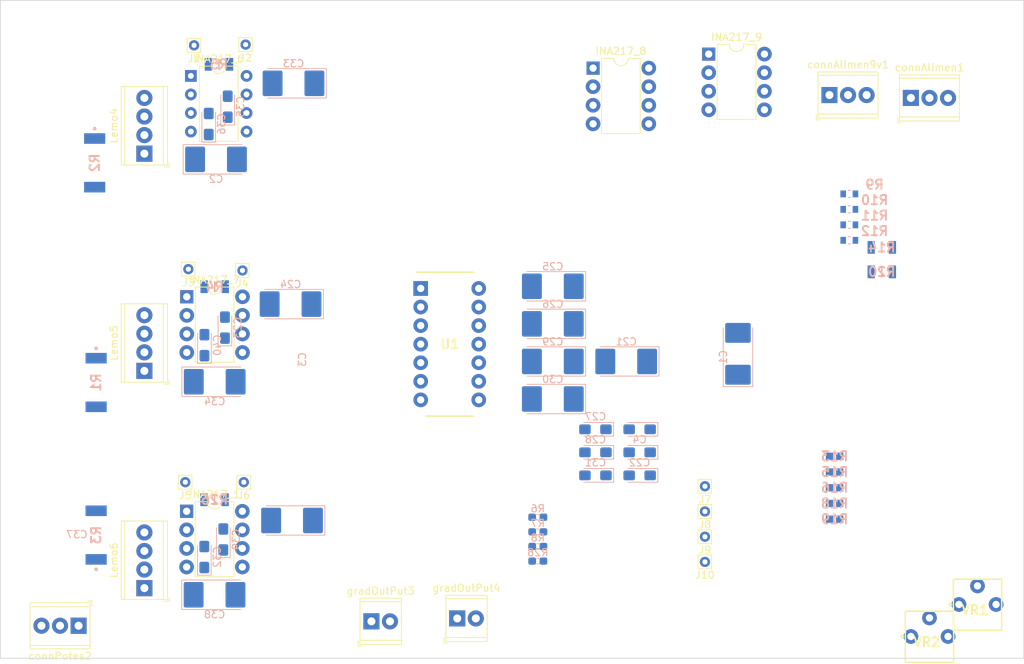
<source format=kicad_pcb>
(kicad_pcb (version 20221018) (generator pcbnew)
  (layers (0 "F.Cu" mixed "Top Layer") (31 "B.Cu" mixed "Bottom Layer") (34 "B.Paste" user "Bottom Paste") (35 "F.Paste" user "Top Paste") (36 "B.SilkS" user "Bottom Overlay") (37 "F.SilkS" user "Top Overlay") (38 "B.Mask" user "Bottom Solder") (39 "F.Mask" user "Top Solder") (44 "Edge.Cuts" user))
  (net 0 "")
  (net 1 "-13")
  (net 2 "Earth")
  (net 3 "+13")
  (net 6 "Net-(connPotes2-Pin_1)")
  (net 7 "Net-(connPotes2-Pin_2)")
  (net 8 "Net-(connPotes2-Pin_3)")
  (net 9 "Net-(gradOutPut3-Pin_1)")
  (net 10 "Net-(gradOutPut4-Pin_1)")
  (net 11 "Net-(J5-Pin_1)")
  (net 12 "Net-(INA217_1--)")
  (net 13 "Net-(INA217_1-+)")
  (net 14 "Net-(INA217_1-Ref)")
  (net 15 "Net-(INA217_8--)")
  (net 16 "Net-(J6-Pin_1)")
  (net 17 "Net-(J1-Pin_1)")
  (net 18 "Net-(INA217_6--)")
  (net 19 "Net-(INA217_6-+)")
  (net 20 "Net-(INA217_6-Ref)")
  (net 21 "Net-(INA217_9-+)")
  (net 22 "Net-(J2-Pin_1)")
  (net 23 "Net-(J3-Pin_1)")
  (net 24 "Net-(INA217_7--)")
  (net 25 "Net-(INA217_7-+)")
  (net 26 "Net-(INA217_8-+)")
  (net 27 "Net-(J4-Pin_1)")
  (net 28 "Net-(J7-Pin_1)")
  (net 29 "Net-(J8-Pin_1)")
  (net 30 "Net-(J9-Pin_1)")
  (net 31 "Net-(J10-Pin_1)")
  (net 32 "Net-(Lemo4-Pin_2)")
  (net 33 "Net-(Lemo5-Pin_2)")
  (net 34 "Net-(Lemo6-Pin_2)")
  (net 35 "Net-(U1A--)")
  (net 36 "Net-(R8-Pad1)")
  (net 37 "Net-(R9-Pad2)")
  (net 38 "Net-(R10-Pad1)")
  (net 39 "Net-(R11-Pad2)")
  (net 40 "Net-(R12-Pad1)")
  (net 41 "Net-(R28-Pad1)")
  (net 42 "Net-(U1B--)")
  (net 43 "Net-(U1C--)")
  (net 44 "Net-(U1D--)")
  (footprint "Library_Acid_etch_limitations:DIP-8_W7.62mm_Acid_Etch_Limitations" (layer "F.Cu") (at 129.4 45.6)
    (fp_text reference "INA217_9" (at 3.81 -2.33) (layer "F.SilkS"))
    (fp_text value "X")
    (pad "1" thru_hole rect (at 0 0) (size 1.8 1.8) (drill 1) (layers "*.Cu" "*.Mask") (net 30 "Net-(J9-Pin_1)"))
    (pad "2" thru_hole oval (at 0 2.54) (size 2 2) (drill 1) (layers "*.Cu" "*.Mask") (net 26 "Net-(INA217_8-+)"))
    (pad "3" thru_hole oval (at 0 5.08) (size 2 2) (drill 1) (layers "*.Cu" "*.Mask") (net 21 "Net-(INA217_9-+)"))
    (pad "4" thru_hole oval (at 0 7.62) (size 2 2) (drill 1) (layers "*.Cu" "*.Mask") (net 1 "-13"))
    (pad "5" thru_hole oval (at 7.62 7.62) (size 2 2) (drill 1) (layers "*.Cu" "*.Mask") (net 2 "Earth"))
    (pad "6" thru_hole oval (at 7.62 5.08) (size 2 2) (drill 1) (layers "*.Cu" "*.Mask") (net 9 "Net-(gradOutPut3-Pin_1)"))
    (pad "7" thru_hole oval (at 7.62 2.54) (size 2 2) (drill 1) (layers "*.Cu" "*.Mask") (net 3 "+13"))
    (pad "8" thru_hole oval (at 7.62 0) (size 2 2) (drill 1) (layers "*.Cu" "*.Mask") (net 31 "Net-(J10-Pin_1)"))
  )
  (footprint "Connector_Pin:Pin_D0.7mm_L6.5mm_W1.8mm_FlatFork" (layer "F.Cu") (at 65.8 104.1625)
    (fp_text reference "J6" (at 0 1.8) (layer "F.SilkS"))
    (fp_text value "~")
    (pad "1" thru_hole circle (at 0 0) (size 1.4 1.4) (drill 0.7) (layers "*.Cu" "*.Mask") (net 16 "Net-(J6-Pin_1)"))
  )
  (footprint "Connector_Pin:Pin_D0.7mm_L6.5mm_W1.8mm_FlatFork" (layer "F.Cu") (at 128.885 108.17)
    (fp_text reference "J8" (at 0 1.8) (layer "F.SilkS"))
    (fp_text value "~")
    (pad "1" thru_hole circle (at 0 0) (size 1.4 1.4) (drill 0.7) (layers "*.Cu" "*.Mask") (net 29 "Net-(J8-Pin_1)"))
  )
  (footprint "Connector_Pin:Pin_D0.7mm_L6.5mm_W1.8mm_FlatFork" (layer "F.Cu") (at 66.05 44.3)
    (fp_text reference "J2" (at 0 1.8) (layer "F.SilkS"))
    (fp_text value "~")
    (pad "1" thru_hole circle (at 0 0) (size 1.4 1.4) (drill 0.7) (layers "*.Cu" "*.Mask") (net 22 "Net-(J2-Pin_1)"))
  )
  (footprint "Library_Acid_etch_limitations:3362P_1_Acid_Etch_Limitations" (layer "F.Cu") (at 159.6 128.8)
    (fp_text reference "VR2" (at -0.36821 -2.74963) (layer "F.SilkS") (effects (font (size 1.27 1.27) (thickness 0.254))))
    (fp_text value "10k" hide)
    (pad "1" thru_hole circle (at -2.54 -3.53) (size 2 2) (drill 1) (layers "*.Cu" "*.Mask") (net 39 "Net-(R11-Pad2)"))
    (pad "2" thru_hole circle (at 0 -6.07) (size 2 2) (drill 1) (layers "*.Cu" "*.Mask") (net 36 "Net-(R8-Pad1)"))
    (pad "3" thru_hole circle (at 2.54 -3.53) (size 2 2) (drill 1) (layers "*.Cu" "*.Mask") (net 40 "Net-(R12-Pad1)"))
  )
  (footprint "Library_Acid_etch_limitations:TerminalBlock_Phoenix_MPT-0,5-3-2.54_1x03_P2.54mm_Horizontal_Acid_Etch_Limitations" (layer "F.Cu") (at 157.06 51.6)
    (fp_text reference "connAlimen1" (at 2.54 -4.16 180) (layer "F.SilkS"))
    (fp_text value "Connector")
    (pad "1" thru_hole rect (at 0 0) (size 2.2 2.2) (drill 1.1) (layers "*.Cu" "*.Mask") (net 3 "+13"))
    (pad "2" thru_hole circle (at 2.54 0) (size 2.2 2.2) (drill 1.1) (layers "*.Cu" "*.Mask") (net 2 "Earth"))
    (pad "3" thru_hole circle (at 5.08 0) (size 2.2 2.2) (drill 1.1) (layers "*.Cu" "*.Mask") (net 1 "-13"))
  )
  (footprint "Library_Acid_etch_limitations:TerminalBlock_Phoenix_MPT-0,5-2-2.54_1x02_P2.54mm_Horizontal_Acid_Etch_Limitations" (layer "F.Cu") (at 83.26 123.2)
    (fp_text reference "gradOutPut3" (at 1.27 -4.16 180) (layer "F.SilkS"))
    (fp_text value "Connector")
    (pad "1" thru_hole rect (at 0 0) (size 2.2 2.2) (drill 1.1) (layers "*.Cu" "*.Mask") (net 9 "Net-(gradOutPut3-Pin_1)"))
    (pad "2" thru_hole circle (at 2.54 0) (size 2.2 2.2) (drill 1.1) (layers "*.Cu" "*.Mask") (net 2 "Earth"))
  )
  (footprint "Library_Acid_etch_limitations:3362P_1_Acid_Etch_Limitations" (layer "F.Cu") (at 166.1695 124.42)
    (fp_text reference "VR1" (at -0.36821 -2.74963) (layer "F.SilkS") (effects (font (size 1.27 1.27) (thickness 0.254))))
    (fp_text value "10k" hide)
    (pad "1" thru_hole circle (at -2.54 -3.53) (size 2 2) (drill 1) (layers "*.Cu" "*.Mask") (net 37 "Net-(R9-Pad2)"))
    (pad "2" thru_hole circle (at 0 -6.07) (size 2 2) (drill 1) (layers "*.Cu" "*.Mask") (net 41 "Net-(R28-Pad1)"))
    (pad "3" thru_hole circle (at 2.54 -3.53) (size 2 2) (drill 1) (layers "*.Cu" "*.Mask") (net 38 "Net-(R10-Pad1)"))
  )
  (footprint "Library_Acid_etch_limitations:DIP-8_W7.62mm_Acid_Etch_Limitations" (layer "F.Cu") (at 58 78.8)
    (fp_text reference "INA217_7" (at 3.81 -2.33) (layer "F.SilkS"))
    (fp_text value "X")
    (pad "1" thru_hole rect (at 0 0) (size 1.8 1.8) (drill 1) (layers "*.Cu" "*.Mask") (net 23 "Net-(J3-Pin_1)"))
    (pad "2" thru_hole oval (at 0 2.54) (size 2 2) (drill 1) (layers "*.Cu" "*.Mask") (net 24 "Net-(INA217_7--)"))
    (pad "3" thru_hole oval (at 0 5.08) (size 2 2) (drill 1) (layers "*.Cu" "*.Mask") (net 25 "Net-(INA217_7-+)"))
    (pad "4" thru_hole oval (at 0 7.62) (size 2 2) (drill 1) (layers "*.Cu" "*.Mask") (net 1 "-13"))
    (pad "5" thru_hole oval (at 7.62 7.62) (size 2 2) (drill 1) (layers "*.Cu" "*.Mask") (net 2 "Earth"))
    (pad "6" thru_hole oval (at 7.62 5.08) (size 2 2) (drill 1) (layers "*.Cu" "*.Mask") (net 26 "Net-(INA217_8-+)"))
    (pad "7" thru_hole oval (at 7.62 2.54) (size 2 2) (drill 1) (layers "*.Cu" "*.Mask") (net 3 "+13"))
    (pad "8" thru_hole oval (at 7.62 0) (size 2 2) (drill 1) (layers "*.Cu" "*.Mask") (net 27 "Net-(J4-Pin_1)"))
  )
  (footprint "TerminalBlock_Phoenix:TerminalBlock_Phoenix_MPT-0,5-4-2.54_1x04_P2.54mm_Horizontal" (layer "F.Cu") (at 52.2 88.9375 90)
    (fp_text reference "Lemo5" (at 3.81 -4.16 90) (layer "F.SilkS"))
    (fp_text value "Connector")
    (pad "1" thru_hole rect (at 0 0 90) (size 2.2 2.2) (drill 1.1) (layers "*.Cu" "*.Mask") (net 2 "Earth"))
    (pad "2" thru_hole circle (at 2.54 0 90) (size 2.2 2.2) (drill 1.1) (layers "*.Cu" "*.Mask") (net 33 "Net-(Lemo5-Pin_2)"))
    (pad "3" thru_hole circle (at 5.08 0 90) (size 2.2 2.2) (drill 1.1) (layers "*.Cu" "*.Mask") (net 25 "Net-(INA217_7-+)"))
    (pad "4" thru_hole circle (at 7.62 0 90) (size 2.2 2.2) (drill 1.1) (layers "*.Cu" "*.Mask") (net 24 "Net-(INA217_7--)"))
  )
  (footprint "Library_Acid_etch_limitations:DIP794W53P254L1930H508Q14N_Acid_Etch_Limitations" (layer "F.Cu") (at 93.97 85.28)
    (fp_text reference "U1" (at 0 0) (layer "F.SilkS") (effects (font (size 1.27 1.27) (thickness 0.254))))
    (fp_text value "TL074" hide)
    (pad "1" thru_hole rect (at -3.97 -7.62) (size 2 2) (drill 1) (layers "*.Cu" "*.Mask") (net 14 "Net-(INA217_1-Ref)"))
    (pad "2" thru_hole circle (at -3.97 -5.08) (size 2 2) (drill 1) (layers "*.Cu" "*.Mask") (net 35 "Net-(U1A--)"))
    (pad "3" thru_hole circle (at -3.97 -2.54) (size 2 2) (drill 1) (layers "*.Cu" "*.Mask") (net 2 "Earth"))
    (pad "4" thru_hole circle (at -3.97 0) (size 2 2) (drill 1) (layers "*.Cu" "*.Mask") (net 3 "+13"))
    (pad "5" thru_hole circle (at -3.97 2.54) (size 2 2) (drill 1) (layers "*.Cu" "*.Mask") (net 2 "Earth"))
    (pad "6" thru_hole circle (at -3.97 5.08) (size 2 2) (drill 1) (layers "*.Cu" "*.Mask") (net 42 "Net-(U1B--)"))
    (pad "7" thru_hole circle (at -3.97 7.62) (size 2 2) (drill 1) (layers "*.Cu" "*.Mask") (net 20 "Net-(INA217_6-Ref)"))
    (pad "8" thru_hole circle (at 3.97 7.62) (size 2 2) (drill 1) (layers "*.Cu" "*.Mask") (net 43 "Net-(U1C--)"))
    (pad "9" thru_hole circle (at 3.97 5.08) (size 2 2) (drill 1) (layers "*.Cu" "*.Mask") (net 43 "Net-(U1C--)"))
    (pad "10" thru_hole circle (at 3.97 2.54) (size 2 2) (drill 1) (layers "*.Cu" "*.Mask") (net 2 "Earth"))
    (pad "11" thru_hole circle (at 3.97 0) (size 2 2) (drill 1) (layers "*.Cu" "*.Mask") (net 1 "-13"))
    (pad "12" thru_hole circle (at 3.97 -2.54) (size 2 2) (drill 1) (layers "*.Cu" "*.Mask") (net 2 "Earth"))
    (pad "13" thru_hole circle (at 3.97 -5.08) (size 2 2) (drill 1) (layers "*.Cu" "*.Mask") (net 44 "Net-(U1D--)"))
    (pad "14" thru_hole circle (at 3.97 -7.62) (size 2 2) (drill 1) (layers "*.Cu" "*.Mask") (net 44 "Net-(U1D--)"))
  )
  (footprint "Connector_Pin:Pin_D0.7mm_L6.5mm_W1.8mm_FlatFork" (layer "F.Cu") (at 65.62 75.2)
    (fp_text reference "J4" (at 0 1.8) (layer "F.SilkS"))
    (fp_text value "~")
    (pad "1" thru_hole circle (at 0 0) (size 1.4 1.4) (drill 0.7) (layers "*.Cu" "*.Mask") (net 27 "Net-(J4-Pin_1)"))
  )
  (footprint "Library_Acid_etch_limitations:DIP-8_W7.62mm_Acid_Etch_Limitations" (layer "F.Cu") (at 57.98 108.1425)
    (fp_text reference "INA217_1" (at 3.81 -2.33) (layer "F.SilkS"))
    (fp_text value "X")
    (pad "1" thru_hole rect (at 0 0) (size 1.8 1.8) (drill 1) (layers "*.Cu" "*.Mask") (net 11 "Net-(J5-Pin_1)"))
    (pad "2" thru_hole oval (at 0 2.54) (size 2 2) (drill 1) (layers "*.Cu" "*.Mask") (net 12 "Net-(INA217_1--)"))
    (pad "3" thru_hole oval (at 0 5.08) (size 2 2) (drill 1) (layers "*.Cu" "*.Mask") (net 13 "Net-(INA217_1-+)"))
    (pad "4" thru_hole oval (at 0 7.62) (size 2 2) (drill 1) (layers "*.Cu" "*.Mask") (net 1 "-13"))
    (pad "5" thru_hole oval (at 7.62 7.62) (size 2 2) (drill 1) (layers "*.Cu" "*.Mask") (net 14 "Net-(INA217_1-Ref)"))
    (pad "6" thru_hole oval (at 7.62 5.08) (size 2 2) (drill 1) (layers "*.Cu" "*.Mask") (net 15 "Net-(INA217_8--)"))
    (pad "7" thru_hole oval (at 7.62 2.54) (size 2 2) (drill 1) (layers "*.Cu" "*.Mask") (net 3 "+13"))
    (pad "8" thru_hole oval (at 7.62 0) (size 2 2) (drill 1) (layers "*.Cu" "*.Mask") (net 16 "Net-(J6-Pin_1)"))
  )
  (footprint "TerminalBlock_Phoenix:TerminalBlock_Phoenix_MPT-0,5-4-2.54_1x04_P2.54mm_Horizontal" (layer "F.Cu") (at 52.2 118.655 90)
    (fp_text reference "Lemo6" (at 3.81 -4.16 90) (layer "F.SilkS"))
    (fp_text value "Connector")
    (pad "1" thru_hole rect (at 0 0 90) (size 2.2 2.2) (drill 1.1) (layers "*.Cu" "*.Mask") (net 2 "Earth"))
    (pad "2" thru_hole circle (at 2.54 0 90) (size 2.2 2.2) (drill 1.1) (layers "*.Cu" "*.Mask") (net 34 "Net-(Lemo6-Pin_2)"))
    (pad "3" thru_hole circle (at 5.08 0 90) (size 2.2 2.2) (drill 1.1) (layers "*.Cu" "*.Mask") (net 13 "Net-(INA217_1-+)"))
    (pad "4" thru_hole circle (at 7.62 0 90) (size 2.2 2.2) (drill 1.1) (layers "*.Cu" "*.Mask") (net 12 "Net-(INA217_1--)"))
  )
  (footprint "Connector_Pin:Pin_D0.7mm_L6.5mm_W1.8mm_FlatFork" (layer "F.Cu") (at 58.22 75.02)
    (fp_text reference "J3" (at 0 1.8) (layer "F.SilkS"))
    (fp_text value "~" hide)
    (pad "1" thru_hole circle (at 0 0) (size 1.4 1.4) (drill 0.7) (layers "*.Cu" "*.Mask") (net 23 "Net-(J3-Pin_1)"))
  )
  (footprint "Library_Acid_etch_limitations:TerminalBlock_Phoenix_MPT-0,5-3-2.54_1x03_P2.54mm_Horizontal_Acid_Etch_Limitations" (layer "F.Cu") (at 145.92 51.2)
    (fp_text reference "connAlimen9v1" (at 2.54 -4.16 180) (layer "F.SilkS"))
    (fp_text value "Connector")
    (pad "1" thru_hole rect (at 0 0) (size 2.2 2.2) (drill 1.1) (layers "*.Cu" "*.Mask") (net 2 "Earth"))
    (pad "2" thru_hole circle (at 2.54 0) (size 2.2 2.2) (drill 1.1) (layers "*.Cu" "*.Mask"))
    (pad "3" thru_hole circle (at 5.08 0) (size 2.2 2.2) (drill 1.1) (layers "*.Cu" "*.Mask"))
  )
  (footprint "Library_Acid_etch_limitations:TerminalBlock_Phoenix_MPT-0,5-2-2.54_1x02_P2.54mm_Horizontal_Acid_Etch_Limitations" (layer "F.Cu") (at 95 122.8)
    (fp_text reference "gradOutPut4" (at 1.27 -4.16 180) (layer "F.SilkS"))
    (fp_text value "Connector")
    (pad "1" thru_hole rect (at 0 0) (size 2.2 2.2) (drill 1.1) (layers "*.Cu" "*.Mask") (net 10 "Net-(gradOutPut4-Pin_1)"))
    (pad "2" thru_hole circle (at 2.54 0) (size 2.2 2.2) (drill 1.1) (layers "*.Cu" "*.Mask") (net 2 "Earth"))
  )
  (footprint "Library_Acid_etch_limitations:TerminalBlock_Phoenix_MPT-0,5-3-2.54_1x03_P2.54mm_Horizontal_Acid_Etch_Limitations" (layer "F.Cu") (at 43.2 123.8 180)
    (fp_text reference "connPotes2" (at 2.54 -4.16) (layer "F.SilkS"))
    (fp_text value "Connector")
    (pad "1" thru_hole rect (at 0 0 180) (size 2.2 2.2) (drill 1.1) (layers "*.Cu" "*.Mask") (net 6 "Net-(connPotes2-Pin_1)"))
    (pad "2" thru_hole circle (at 2.54 0 180) (size 2.2 2.2) (drill 1.1) (layers "*.Cu" "*.Mask") (net 7 "Net-(connPotes2-Pin_2)"))
    (pad "3" thru_hole circle (at 5.08 0 180) (size 2.2 2.2) (drill 1.1) (layers "*.Cu" "*.Mask") (net 8 "Net-(connPotes2-Pin_3)"))
  )
  (footprint "TerminalBlock_Phoenix:TerminalBlock_Phoenix_MPT-0,5-4-2.54_1x04_P2.54mm_Horizontal" (layer "F.Cu") (at 52.2 59.22 90)
    (fp_text reference "Lemo4" (at 3.81 -4.16 90) (layer "F.SilkS"))
    (fp_text value "Connector")
    (pad "1" thru_hole rect (at 0 0 90) (size 2.2 2.2) (drill 1.1) (layers "*.Cu" "*.Mask") (net 2 "Earth"))
    (pad "2" thru_hole circle (at 2.54 0 90) (size 2.2 2.2) (drill 1.1) (layers "*.Cu" "*.Mask") (net 32 "Net-(Lemo4-Pin_2)"))
    (pad "3" thru_hole circle (at 5.08 0 90) (size 2.2 2.2) (drill 1.1) (layers "*.Cu" "*.Mask") (net 19 "Net-(INA217_6-+)"))
    (pad "4" thru_hole circle (at 7.62 0 90) (size 2.2 2.2) (drill 1.1) (layers "*.Cu" "*.Mask") (net 18 "Net-(INA217_6--)"))
  )
  (footprint "Connector_Pin:Pin_D0.7mm_L6.5mm_W1.8mm_FlatFork" (layer "F.Cu") (at 128.885 111.62)
    (fp_text reference "J9" (at 0 1.8) (layer "F.SilkS"))
    (fp_text value "~")
    (pad "1" thru_hole circle (at 0 0) (size 1.4 1.4) (drill 0.7) (layers "*.Cu" "*.Mask") (net 30 "Net-(J9-Pin_1)"))
  )
  (footprint "Library_Acid_etch_limitations:DIP-8_W7.62mm_Acid_Etch_Limitations" (layer "F.Cu") (at 113.58 47.52)
    (fp_text reference "INA217_8" (at 3.81 -2.33) (layer "F.SilkS"))
    (fp_text value "X")
    (pad "1" thru_hole rect (at 0 0) (size 1.8 1.8) (drill 1) (layers "*.Cu" "*.Mask") (net 28 "Net-(J7-Pin_1)"))
    (pad "2" thru_hole oval (at 0 2.54) (size 2 2) (drill 1) (layers "*.Cu" "*.Mask") (net 15 "Net-(INA217_8--)"))
    (pad "3" thru_hole oval (at 0 5.08) (size 2 2) (drill 1) (layers "*.Cu" "*.Mask") (net 26 "Net-(INA217_8-+)"))
    (pad "4" thru_hole oval (at 0 7.62) (size 2 2) (drill 1) (layers "*.Cu" "*.Mask") (net 1 "-13"))
    (pad "5" thru_hole oval (at 7.62 7.62) (size 2 2) (drill 1) (layers "*.Cu" "*.Mask") (net 2 "Earth"))
    (pad "6" thru_hole oval (at 7.62 5.08) (size 2 2) (drill 1) (layers "*.Cu" "*.Mask") (net 10 "Net-(gradOutPut4-Pin_1)"))
    (pad "7" thru_hole oval (at 7.62 2.54) (size 2 2) (drill 1) (layers "*.Cu" "*.Mask") (net 3 "+13"))
    (pad "8" thru_hole oval (at 7.62 0) (size 2 2) (drill 1) (layers "*.Cu" "*.Mask") (net 29 "Net-(J8-Pin_1)"))
  )
  (footprint "Package_DIP:DIP-8_W7.62mm" (layer "F.Cu") (at 58.56 48.58)
    (fp_text reference "INA217_6" (at 3.81 -2.33) (layer "F.SilkS"))
    (fp_text value "X")
    (pad "1" thru_hole rect (at 0 0) (size 1.6 1.6) (drill 0.8) (layers "*.Cu" "*.Mask") (net 17 "Net-(J1-Pin_1)"))
    (pad "2" thru_hole oval (at 0 2.54) (size 1.6 1.6) (drill 0.8) (layers "*.Cu" "*.Mask") (net 18 "Net-(INA217_6--)"))
    (pad "3" thru_hole oval (at 0 5.08) (size 1.6 1.6) (drill 0.8) (layers "*.Cu" "*.Mask") (net 19 "Net-(INA217_6-+)"))
    (pad "4" thru_hole oval (at 0 7.62) (size 1.6 1.6) (drill 0.8) (layers "*.Cu" "*.Mask") (net 1 "-13"))
    (pad "5" thru_hole oval (at 7.62 7.62) (size 1.6 1.6) (drill 0.8) (layers "*.Cu" "*.Mask") (net 20 "Net-(INA217_6-Ref)"))
    (pad "6" thru_hole oval (at 7.62 5.08) (size 1.6 1.6) (drill 0.8) (layers "*.Cu" "*.Mask") (net 21 "Net-(INA217_9-+)"))
    (pad "7" thru_hole oval (at 7.62 2.54) (size 1.6 1.6) (drill 0.8) (layers "*.Cu" "*.Mask") (net 3 "+13"))
    (pad "8" thru_hole oval (at 7.62 0) (size 1.6 1.6) (drill 0.8) (layers "*.Cu" "*.Mask") (net 22 "Net-(J2-Pin_1)"))
  )
  (footprint "Connector_Pin:Pin_D0.7mm_L6.5mm_W1.8mm_FlatFork" (layer "F.Cu") (at 57.8 104.1625)
    (fp_text reference "J5" (at 0 1.8) (layer "F.SilkS"))
    (fp_text value "~")
    (pad "1" thru_hole circle (at 0 0) (size 1.4 1.4) (drill 0.7) (layers "*.Cu" "*.Mask") (net 11 "Net-(J5-Pin_1)"))
  )
  (footprint "Connector_Pin:Pin_D0.7mm_L6.5mm_W1.8mm_FlatFork" (layer "F.Cu") (at 128.885 115.07)
    (fp_text reference "J10" (at 0 1.8) (layer "F.SilkS"))
    (fp_text value "~")
    (pad "1" thru_hole circle (at 0 0) (size 1.4 1.4) (drill 0.7) (layers "*.Cu" "*.Mask") (net 31 "Net-(J10-Pin_1)"))
  )
  (footprint "Connector_Pin:Pin_D0.7mm_L6.5mm_W1.8mm_FlatFork" (layer "F.Cu") (at 59 44.4)
    (fp_text reference "J1" (at 0 1.8) (layer "F.SilkS"))
    (fp_text value "~")
    (pad "1" thru_hole circle (at 0 0) (size 1.4 1.4) (drill 0.7) (layers "*.Cu" "*.Mask") (net 17 "Net-(J1-Pin_1)"))
  )
  (footprint "Connector_Pin:Pin_D0.7mm_L6.5mm_W1.8mm_FlatFork" (layer "F.Cu") (at 128.885 104.72)
    (fp_text reference "J7" (at 0 1.8) (layer "F.SilkS"))
    (fp_text value "~")
    (pad "1" thru_hole circle (at 0 0) (size 1.4 1.4) (drill 0.7) (layers "*.Cu" "*.Mask") (net 28 "Net-(J7-Pin_1)"))
  )
  (footprint "Samac_sys:ERJ1T__2512_" (layer "B.Cu") (at 45.4 60.475 -90)
    (fp_text reference "R2" (at 0 0 90) (layer "B.SilkS") (effects (font (size 1.27 1.27) (thickness 0.254)) (justify mirror)))
    (fp_text value "1.5k" hide)
    (pad "1" smd rect (at -3.325 0 270) (size 1.45 2.9) (layers "B.Cu" "B.Paste" "B.Mask") (net 32 "Net-(Lemo4-Pin_2)"))
    (pad "2" smd rect (at 3.325 0 270) (size 1.45 2.9) (layers "B.Cu" "B.Paste" "B.Mask") (net 8 "Net-(connPotes2-Pin_3)"))
  )
  (footprint "Samac_sys:RESC3016X65N" (layer "B.Cu") (at 62.4 47 180)
    (fp_text reference "R5" (at 0 0) (layer "B.SilkS") (effects (font (size 1.27 1.27) (thickness 0.254)) (justify mirror)))
    (fp_text value "200" hide)
    (pad "1" smd rect (at -1.45 0 180) (size 1 1.75) (layers "B.Cu" "B.Paste" "B.Mask") (net 17 "Net-(J1-Pin_1)"))
    (pad "2" smd rect (at 1.45 0 180) (size 1 1.75) (layers "B.Cu" "B.Paste" "B.Mask") (net 22 "Net-(J2-Pin_1)"))
  )
  (footprint "Capacitor_Tantalum_SMD:CP_EIA-3216-10_Kemet-I_Pad1.58x1.35mm_HandSolder" (layer "B.Cu") (at 61 55.1625 90)
    (fp_text reference "C36" (at 0 1.75 90) (layer "B.SilkS") (effects (justify mirror)))
    (fp_text value "0.1uF")
    (pad "1" smd roundrect (at -1.4375 0 90) (size 1.575 1.35) (layers "B.Cu" "B.Paste" "B.Mask") (roundrect_rratio 0.185185) (net 1 "-13"))
    (pad "2" smd roundrect (at 1.4375 0 90) (size 1.575 1.35) (layers "B.Cu" "B.Paste" "B.Mask") (roundrect_rratio 0.185185) (net 2 "Earth"))
  )
  (footprint "Capacitor_Tantalum_SMD:CP_EIA-3216-10_Kemet-I_Pad1.58x1.35mm_HandSolder" (layer "B.Cu") (at 63 112 90)
    (fp_text reference "C39" (at 0 1.75 90) (layer "B.SilkS") (effects (justify mirror)))
    (fp_text value "0.1uF")
    (pad "1" smd roundrect (at -1.4375 0 90) (size 1.575 1.35) (layers "B.Cu" "B.Paste" "B.Mask") (roundrect_rratio 0.185185) (net 2 "Earth"))
    (pad "2" smd roundrect (at 1.4375 0 90) (size 1.575 1.35) (layers "B.Cu" "B.Paste" "B.Mask") (roundrect_rratio 0.185185) (net 3 "+13"))
  )
  (footprint "Library_Acid_etch_limitations:RESC1005X40N_Acid_Etch_Limitations" (layer "B.Cu") (at 146.62 102.77 180)
    (fp_text reference "R15" (at 0 0) (layer "B.SilkS") (effects (font (size 1.27 1.27) (thickness 0.254)) (justify mirror)))
    (fp_text value "2k" hide)
    (pad "1" smd rect (at -0.7 0 90) (size 1 1) (layers "B.Cu" "B.Paste" "B.Mask") (net 26 "Net-(INA217_8-+)"))
    (pad "2" smd rect (at 0.7 0 90) (size 1 1) (layers "B.Cu" "B.Paste" "B.Mask") (net 2 "Earth"))
  )
  (footprint "Capacitor_Tantalum_SMD:CP_EIA-3216-10_Kemet-I_Pad1.58x1.35mm_HandSolder" (layer "B.Cu") (at 119.95488 103.23 180)
    (fp_text reference "C22" (at 0 1.75) (layer "B.SilkS") (effects (justify mirror)))
    (fp_text value "0.1uF")
    (pad "1" smd roundrect (at -1.4375 0 180) (size 1.575 1.35) (layers "B.Cu" "B.Paste" "B.Mask") (roundrect_rratio 0.185185) (net 1 "-13"))
    (pad "2" smd roundrect (at 1.4375 0 180) (size 1.575 1.35) (layers "B.Cu" "B.Paste" "B.Mask") (roundrect_rratio 0.185185) (net 2 "Earth"))
  )
  (footprint "Capacitor_Tantalum_SMD:CP_EIA-7132-20_AVX-U_Pad2.72x3.50mm_HandSolder" (layer "B.Cu") (at 61.8 119.5625)
    (fp_text reference "C38" (at 0 2.7) (layer "B.SilkS") (effects (justify mirror)))
    (fp_text value "10uF")
    (pad "1" smd roundrect (at -2.8625 0) (size 2.725 3.5) (layers "B.Cu" "B.Paste" "B.Mask") (roundrect_rratio 0.091743) (net 1 "-13"))
    (pad "2" smd roundrect (at 2.8625 0) (size 2.725 3.5) (layers "B.Cu" "B.Paste" "B.Mask") (roundrect_rratio 0.091743) (net 2 "Earth"))
  )
  (footprint "Capacitor_Tantalum_SMD:CP_EIA-7132-20_AVX-U_Pad2.72x3.50mm_HandSolder" (layer "B.Cu") (at 108.075 77.365 180)
    (fp_text reference "C25" (at 0 2.7) (layer "B.SilkS") (effects (justify mirror)))
    (fp_text value "10uF")
    (pad "1" smd roundrect (at -2.8625 0 180) (size 2.725 3.5) (layers "B.Cu" "B.Paste" "B.Mask") (roundrect_rratio 0.091743) (net 2 "Earth"))
    (pad "2" smd roundrect (at 2.8625 0 180) (size 2.725 3.5) (layers "B.Cu" "B.Paste" "B.Mask") (roundrect_rratio 0.091743) (net 3 "+13"))
  )
  (footprint "Capacitor_Tantalum_SMD:CP_EIA-7132-20_AVX-U_Pad2.72x3.50mm_HandSolder" (layer "B.Cu") (at 61.82 90.42)
    (fp_text reference "C34" (at 0 2.7) (layer "B.SilkS") (effects (justify mirror)))
    (fp_text value "10uF")
    (pad "1" smd roundrect (at -2.8625 0) (size 2.725 3.5) (layers "B.Cu" "B.Paste" "B.Mask") (roundrect_rratio 0.091743) (net 1 "-13"))
    (pad "2" smd roundrect (at 2.8625 0) (size 2.725 3.5) (layers "B.Cu" "B.Paste" "B.Mask") (roundrect_rratio 0.091743) (net 2 "Earth"))
  )
  (footprint "Library_Acid_etch_limitations:R_0402_1005Metric_Pad0.72x0.64mm_HandSolder_Acid_Etch_Limitations" (layer "B.Cu") (at 106.01988 108.955 180)
    (fp_text reference "R6" (at 0 1.17) (layer "B.SilkS") (effects (justify mirror)))
    (fp_text value "2k")
    (pad "1" smd roundrect (at -0.77 0 180) (size 1.06 1) (layers "B.Cu" "B.Paste" "B.Mask") (net 35 "Net-(U1A--)"))
    (pad "2" smd roundrect (at 0.77 0 180) (size 1.06 1) (layers "B.Cu" "B.Paste" "B.Mask") (net 14 "Net-(INA217_1-Ref)"))
  )
  (footprint "Samac_sys:ERJ1T__2512_" (layer "B.Cu") (at 45.6 90.525 -90)
    (fp_text reference "R1" (at 0 0 90) (layer "B.SilkS") (effects (font (size 1.27 1.27) (thickness 0.254)) (justify mirror)))
    (fp_text value "1.5k" hide)
    (pad "1" smd rect (at -3.325 0 270) (size 1.45 2.9) (layers "B.Cu" "B.Paste" "B.Mask") (net 33 "Net-(Lemo5-Pin_2)"))
    (pad "2" smd rect (at 3.325 0 270) (size 1.45 2.9) (layers "B.Cu" "B.Paste" "B.Mask") (net 7 "Net-(connPotes2-Pin_2)"))
  )
  (footprint "Library_Acid_etch_limitations:R_0402_1005Metric_Pad0.72x0.64mm_HandSolder_Acid_Etch_Limitations" (layer "B.Cu") (at 106.01988 114.955 180)
    (fp_text reference "R28" (at 0 1.17) (layer "B.SilkS") (effects (justify mirror)))
    (fp_text value "20k")
    (pad "1" smd roundrect (at -0.77 0 180) (size 1.06 1) (layers "B.Cu" "B.Paste" "B.Mask") (net 41 "Net-(R28-Pad1)"))
    (pad "2" smd roundrect (at 0.77 0 180) (size 1.06 1) (layers "B.Cu" "B.Paste" "B.Mask") (net 35 "Net-(U1A--)"))
  )
  (footprint "Capacitor_Tantalum_SMD:CP_EIA-3216-10_Kemet-I_Pad1.58x1.35mm_HandSolder" (layer "B.Cu") (at 113.90488 96.93 180)
    (fp_text reference "C27" (at 0 1.75) (layer "B.SilkS") (effects (justify mirror)))
    (fp_text value "0.1uF")
    (pad "1" smd roundrect (at -1.4375 0 180) (size 1.575 1.35) (layers "B.Cu" "B.Paste" "B.Mask") (roundrect_rratio 0.185185) (net 2 "Earth"))
    (pad "2" smd roundrect (at 1.4375 0 180) (size 1.575 1.35) (layers "B.Cu" "B.Paste" "B.Mask") (roundrect_rratio 0.185185) (net 3 "+13"))
  )
  (footprint "Capacitor_Tantalum_SMD:CP_EIA-7132-20_AVX-U_Pad2.72x3.50mm_HandSolder" (layer "B.Cu") (at 72.4 109.4 180)
    (fp_text reference "C37" (at 29.435 -1.915) (layer "B.SilkS") (effects (justify mirror)))
    (fp_text value "10uF")
    (pad "1" smd roundrect (at -2.8625 0 180) (size 2.725 3.5) (layers "B.Cu" "B.Paste" "B.Mask") (roundrect_rratio 0.091743) (net 2 "Earth"))
    (pad "2" smd roundrect (at 2.8625 0 180) (size 2.725 3.5) (layers "B.Cu" "B.Paste" "B.Mask") (roundrect_rratio 0.091743) (net 3 "+13"))
  )
  (footprint "Samac_sys:RESC3016X65N" (layer "B.Cu") (at 61.82 77.42)
    (fp_text reference "R4" (at 0 0) (layer "B.SilkS") (effects (font (size 1.27 1.27) (thickness 0.254)) (justify mirror)))
    (fp_text value "200" hide)
    (pad "1" smd rect (at -1.45 0) (size 1 1.75) (layers "B.Cu" "B.Paste" "B.Mask") (net 23 "Net-(J3-Pin_1)"))
    (pad "2" smd rect (at 1.45 0) (size 1 1.75) (layers "B.Cu" "B.Paste" "B.Mask") (net 27 "Net-(J4-Pin_1)"))
  )
  (footprint "Samac_sys:RESC1608X60N" (layer "B.Cu") (at 148.6342 66.8414 180)
    (fp_text reference "R10" (at -3.4544 1.27) (layer "B.SilkS") (effects (font (size 1.27 1.27) (thickness 0.254)) (justify mirror)))
    (fp_text value "1k" hide)
    (pad "1" smd rect (at -0.8382 0 180) (size 0.762 0.9398) (layers "B.Cu" "B.Paste" "B.Mask") (net 38 "Net-(R10-Pad1)"))
    (pad "2" smd rect (at 0.8382 0 180) (size 0.762 0.9398) (layers "B.Cu" "B.Paste" "B.Mask") (net 1 "-13"))
  )
  (footprint "Library_Acid_etch_limitations:R_0402_1005Metric_Pad0.72x0.64mm_HandSolder_Acid_Etch_Limitations" (layer "B.Cu") (at 106.01988 110.955 180)
    (fp_text reference "R7" (at 0 1.17) (layer "B.SilkS") (effects (justify mirror)))
    (fp_text value "2k")
    (pad "1" smd roundrect (at -0.77 0 180) (size 1.06 1) (layers "B.Cu" "B.Paste" "B.Mask") (net 42 "Net-(U1B--)"))
    (pad "2" smd roundrect (at 0.77 0 180) (size 1.06 1) (layers "B.Cu" "B.Paste" "B.Mask") (net 20 "Net-(INA217_6-Ref)"))
  )
  (footprint "Capacitor_Tantalum_SMD:CP_EIA-7132-20_AVX-U_Pad2.72x3.50mm_HandSolder" (layer "B.Cu") (at 133.4 86.6 90)
    (fp_text reference "C1" (at -0.4675 -2.01 90) (layer "B.SilkS") (effects (justify mirror)))
    (fp_text value "10uF")
    (pad "1" smd roundrect (at -2.8625 0 90) (size 2.725 3.5) (layers "B.Cu" "B.Paste" "B.Mask") (roundrect_rratio 0.091743) (net 2 "Earth"))
    (pad "2" smd roundrect (at 2.8625 0 90) (size 2.725 3.5) (layers "B.Cu" "B.Paste" "B.Mask") (roundrect_rratio 0.091743) (net 3 "+13"))
  )
  (footprint "Capacitor_Tantalum_SMD:CP_EIA-7132-20_AVX-U_Pad2.72x3.50mm_HandSolder" (layer "B.Cu") (at 108.075 87.645 180)
    (fp_text reference "C29" (at 0 2.7) (layer "B.SilkS") (effects (justify mirror)))
    (fp_text value "10uF")
    (pad "1" smd roundrect (at -2.8625 0 180) (size 2.725 3.5) (layers "B.Cu" "B.Paste" "B.Mask") (roundrect_rratio 0.091743) (net 2 "Earth"))
    (pad "2" smd roundrect (at 2.8625 0 180) (size 2.725 3.5) (layers "B.Cu" "B.Paste" "B.Mask") (roundrect_rratio 0.091743) (net 3 "+13"))
  )
  (footprint "Samac_sys:RESC1608X60N" (layer "B.Cu") (at 148.6342 64.7238 180)
    (fp_text reference "R9" (at -3.4544 1.27) (layer "B.SilkS") (effects (font (size 1.27 1.27) (thickness 0.254)) (justify mirror)))
    (fp_text value "1k" hide)
    (pad "1" smd rect (at -0.8382 0 180) (size 0.762 0.9398) (layers "B.Cu" "B.Paste" "B.Mask") (net 3 "+13"))
    (pad "2" smd rect (at 0.8382 0 180) (size 0.762 0.9398) (layers "B.Cu" "B.Paste" "B.Mask") (net 37 "Net-(R9-Pad2)"))
  )
  (footprint "Capacitor_Tantalum_SMD:CP_EIA-7132-20_AVX-U_Pad2.72x3.50mm_HandSolder" (layer "B.Cu") (at 72.6 49.6 180)
    (fp_text reference "C33" (at 0 2.7) (layer "B.SilkS") (effects (justify mirror)))
    (fp_text value "10uF")
    (pad "1" smd roundrect (at -2.8625 0 180) (size 2.725 3.5) (layers "B.Cu" "B.Paste" "B.Mask") (roundrect_rratio 0.091743) (net 2 "Earth"))
    (pad "2" smd roundrect (at 2.8625 0 180) (size 2.725 3.5) (layers "B.Cu" "B.Paste" "B.Mask") (roundrect_rratio 0.091743) (net 3 "+13"))
  )
  (footprint "Capacitor_Tantalum_SMD:CP_EIA-3216-10_Kemet-I_Pad1.58x1.35mm_HandSolder" (layer "B.Cu") (at 119.95488 100.08 180)
    (fp_text reference "C4" (at 0 1.75) (layer "B.SilkS") (effects (justify mirror)))
    (fp_text value "0.1uF")
    (pad "1" smd roundrect (at -1.4375 0 180) (size 1.575 1.35) (layers "B.Cu" "B.Paste" "B.Mask") (roundrect_rratio 0.185185) (net 1 "-13"))
    (pad "2" smd roundrect (at 1.4375 0 180) (size 1.575 1.35) (layers "B.Cu" "B.Paste" "B.Mask") (roundrect_rratio 0.185185) (net 2 "Earth"))
  )
  (footprint "Library_Acid_etch_limitations:RESC1005X40N_Acid_Etch_Limitations" (layer "B.Cu") (at 146.62 100.62 180)
    (fp_text reference "R13" (at 0 0) (layer "B.SilkS") (effects (font (size 1.27 1.27) (thickness 0.254)) (justify mirror)))
    (fp_text value "2k" hide)
    (pad "1" smd rect (at -0.7 0 90) (size 1 1) (layers "B.Cu" "B.Paste" "B.Mask") (net 15 "Net-(INA217_8--)"))
    (pad "2" smd rect (at 0.7 0 90) (size 1 1) (layers "B.Cu" "B.Paste" "B.Mask") (net 2 "Earth"))
  )
  (footprint "Samac_sys:RESC3016X65N" (layer "B.Cu") (at 153.0784 75.39 180)
    (fp_text reference "R20" (at 0 0) (layer "B.SilkS") (effects (font (size 1.27 1.27) (thickness 0.254)) (justify mirror)))
    (fp_text value "10k" hide)
    (pad "1" smd rect (at -1.45 0 180) (size 1 1.75) (layers "B.Cu" "B.Paste" "B.Mask") (net 28 "Net-(J7-Pin_1)"))
    (pad "2" smd rect (at 1.45 0 180) (size 1 1.75) (layers "B.Cu" "B.Paste" "B.Mask") (net 29 "Net-(J8-Pin_1)"))
  )
  (footprint "Library_Acid_etch_limitations:RESC1005X40N_Acid_Etch_Limitations" (layer "B.Cu") (at 146.62 104.92 180)
    (fp_text reference "R16" (at 0 0) (layer "B.SilkS") (effects (font (size 1.27 1.27) (thickness 0.254)) (justify mirror)))
    (fp_text value "2k" hide)
    (pad "1" smd rect (at -0.7 0 90) (size 1 1) (layers "B.Cu" "B.Paste" "B.Mask") (net 21 "Net-(INA217_9-+)"))
    (pad "2" smd rect (at 0.7 0 90) (size 1 1) (layers "B.Cu" "B.Paste" "B.Mask") (net 2 "Earth"))
  )
  (footprint "Capacitor_Tantalum_SMD:CP_EIA-3216-10_Kemet-I_Pad1.58x1.35mm_HandSolder" (layer "B.Cu") (at 60.42 85.42 90)
    (fp_text reference "C40" (at 0 1.75 90) (layer "B.SilkS") (effects (justify mirror)))
    (fp_text value "0.1uF")
    (pad "1" smd roundrect (at -1.4375 0 90) (size 1.575 1.35) (layers "B.Cu" "B.Paste" "B.Mask") (roundrect_rratio 0.185185) (net 1 "-13"))
    (pad "2" smd roundrect (at 1.4375 0 90) (size 1.575 1.35) (layers "B.Cu" "B.Paste" "B.Mask") (roundrect_rratio 0.185185) (net 2 "Earth"))
  )
  (footprint "Capacitor_Tantalum_SMD:CP_EIA-3216-10_Kemet-I_Pad1.58x1.35mm_HandSolder" (layer "B.Cu") (at 119.95488 96.93 180)
    (fp_text reference "C3" (at 46.14988 9.55262 270) (layer "B.SilkS") (effects (justify mirror)))
    (fp_text value "0.1uF")
    (pad "1" smd roundrect (at -1.4375 0 180) (size 1.575 1.35) (layers "B.Cu" "B.Paste" "B.Mask") (roundrect_rratio 0.185185) (net 2 "Earth"))
    (pad "2" smd roundrect (at 1.4375 0 180) (size 1.575 1.35) (layers "B.Cu" "B.Paste" "B.Mask") (roundrect_rratio 0.185185) (net 3 "+13"))
  )
  (footprint "Capacitor_Tantalum_SMD:CP_EIA-3216-10_Kemet-I_Pad1.58x1.35mm_HandSolder" (layer "B.Cu") (at 63.22 83.02 90)
    (fp_text reference "C23" (at 0 1.75 90) (layer "B.SilkS") (effects (justify mirror)))
    (fp_text value "0.1uF")
    (pad "1" smd roundrect (at -1.4375 0 90) (size 1.575 1.35) (layers "B.Cu" "B.Paste" "B.Mask") (roundrect_rratio 0.185185) (net 2 "Earth"))
    (pad "2" smd roundrect (at 1.4375 0 90) (size 1.575 1.35) (layers "B.Cu" "B.Paste" "B.Mask") (roundrect_rratio 0.185185) (net 3 "+13"))
  )
  (footprint "Capacitor_Tantalum_SMD:CP_EIA-3216-10_Kemet-I_Pad1.58x1.35mm_HandSolder" (layer "B.Cu") (at 60.4 114.4 90)
    (fp_text reference "C32" (at 0 1.75 90) (layer "B.SilkS") (effects (justify mirror)))
    (fp_text value "0.1uF")
    (pad "1" smd roundrect (at -1.4375 0 90) (size 1.575 1.35) (layers "B.Cu" "B.Paste" "B.Mask") (roundrect_rratio 0.185185) (net 1 "-13"))
    (pad "2" smd roundrect (at 1.4375 0 90) (size 1.575 1.35) (layers "B.Cu" "B.Paste" "B.Mask") (roundrect_rratio 0.185185) (net 2 "Earth"))
  )
  (footprint "Samac_sys:RESC3016X65N" (layer "B.Cu") (at 153.0784 72.04 180)
    (fp_text reference "R14" (at 0 0) (layer "B.SilkS") (effects (font (size 1.27 1.27) (thickness 0.254)) (justify mirror)))
    (fp_text value "10k" hide)
    (pad "1" smd rect (at -1.45 0 180) (size 1 1.75) (layers "B.Cu" "B.Paste" "B.Mask") (net 30 "Net-(J9-Pin_1)"))
    (pad "2" smd rect (at 1.45 0 180) (size 1 1.75) (layers "B.Cu" "B.Paste" "B.Mask") (net 31 "Net-(J10-Pin_1)"))
  )
  (footprint "Capacitor_Tantalum_SMD:CP_EIA-7132-20_AVX-U_Pad2.72x3.50mm_HandSolder" (layer "B.Cu") (at 108.075 92.785 180)
    (fp_text reference "C30" (at 0 2.7) (layer "B.SilkS") (effects (justify mirror)))
    (fp_text value "10uF")
    (pad "1" smd roundrect (at -2.8625 0 180) (size 2.725 3.5) (layers "B.Cu" "B.Paste" "B.Mask") (roundrect_rratio 0.091743) (net 1 "-13"))
    (pad "2" smd roundrect (at 2.8625 0 180) (size 2.725 3.5) (layers "B.Cu" "B.Paste" "B.Mask") (roundrect_rratio 0.091743) (net 2 "Earth"))
  )
  (footprint "Library_Acid_etch_limitations:RESC1005X40N_Acid_Etch_Limitations" (layer "B.Cu") (at 146.62 107.07 180)
    (fp_text reference "R18" (at 0 0) (layer "B.SilkS") (effects (font (size 1.27 1.27) (thickness 0.254)) (justify mirror)))
    (fp_text value "2k" hide)
    (pad "1" smd rect (at -0.7 0 90) (size 1 1) (layers "B.Cu" "B.Paste" "B.Mask") (net 2 "Earth"))
    (pad "2" smd rect (at 0.7 0 90) (size 1 1) (layers "B.Cu" "B.Paste" "B.Mask") (net 9 "Net-(gradOutPut3-Pin_1)"))
  )
  (footprint "Samac_sys:RESC3016X65N" (layer "B.Cu") (at 61.8 106.5625)
    (fp_text reference "R26" (at 0 0) (layer "B.SilkS") (effects (font (size 1.27 1.27) (thickness 0.254)) (justify mirror)))
    (fp_text value "200" hide)
    (pad "1" smd rect (at -1.45 0) (size 1 1.75) (layers "B.Cu" "B.Paste" "B.Mask") (net 11 "Net-(J5-Pin_1)"))
    (pad "2" smd rect (at 1.45 0) (size 1 1.75) (layers "B.Cu" "B.Paste" "B.Mask") (net 16 "Net-(J6-Pin_1)"))
  )
  (footprint "Capacitor_Tantalum_SMD:CP_EIA-7132-20_AVX-U_Pad2.72x3.50mm_HandSolder" (layer "B.Cu") (at 118.115 87.645 180)
    (fp_text reference "C21" (at 0 2.7) (layer "B.SilkS") (effects (justify mirror)))
    (fp_text value "10uF")
    (pad "1" smd roundrect (at -2.8625 0 180) (size 2.725 3.5) (layers "B.Cu" "B.Paste" "B.Mask") (roundrect_rratio 0.091743) (net 1 "-13"))
    (pad "2" smd roundrect (at 2.8625 0 180) (size 2.725 3.5) (layers "B.Cu" "B.Paste" "B.Mask") (roundrect_rratio 0.091743) (net 2 "Earth"))
  )
  (footprint "Library_Acid_etch_limitations:R_0402_1005Metric_Pad0.72x0.64mm_HandSolder_Acid_Etch_Limitations" (layer "B.Cu") (at 106.01988 112.955 180)
    (fp_text reference "R8" (at 0 1.17) (layer "B.SilkS") (effects (justify mirror)))
    (fp_text value "20k")
    (pad "1" smd roundrect (at -0.77 0 180) (size 1.06 1) (layers "B.Cu" "B.Paste" "B.Mask") (net 36 "Net-(R8-Pad1)"))
    (pad "2" smd roundrect (at 0.77 0 180) (size 1.06 1) (layers "B.Cu" "B.Paste" "B.Mask") (net 42 "Net-(U1B--)"))
  )
  (footprint "Capacitor_Tantalum_SMD:CP_EIA-7132-20_AVX-U_Pad2.72x3.50mm_HandSolder" (layer "B.Cu") (at 62 60)
    (fp_text reference "C2" (at 0 2.7) (layer "B.SilkS") (effects (justify mirror)))
    (fp_text value "10uF")
    (pad "1" smd roundrect (at -2.8625 0) (size 2.725 3.5) (layers "B.Cu" "B.Paste" "B.Mask") (roundrect_rratio 0.091743) (net 1 "-13"))
    (pad "2" smd roundrect (at 2.8625 0) (size 2.725 3.5) (layers "B.Cu" "B.Paste" "B.Mask") (roundrect_rratio 0.091743) (net 2 "Earth"))
  )
  (footprint "Capacitor_Tantalum_SMD:CP_EIA-7132-20_AVX-U_Pad2.72x3.50mm_HandSolder" (layer "B.Cu") (at 72.2 79.8 180)
    (fp_text reference "C24" (at 0 2.7) (layer "B.SilkS") (effects (justify mirror)))
    (fp_text value "10uF")
    (pad "1" smd roundrect (at -2.8625 0 180) (size 2.725 3.5) (layers "B.Cu" "B.Paste" "B.Mask") (roundrect_rratio 0.091743) (net 2 "Earth"))
    (pad "2" smd roundrect (at 2.8625 0 180) (size 2.725 3.5) (layers "B.Cu" "B.Paste" "B.Mask") (roundrect_rratio 0.091743) (net 3 "+13"))
  )
  (footprint "Capacitor_Tantalum_SMD:CP_EIA-3216-10_Kemet-I_Pad1.58x1.35mm_HandSolder" (layer "B.Cu") (at 63.6 52.8 90)
    (fp_text reference "C35" (at 0 1.75 90) (layer "B.SilkS") (effects (justify mirror)))
    (fp_text value "0.1uF")
    (pad "1" smd roundrect (at -1.4375 0 90) (size 1.575 1.35) (layers "B.Cu" "B.Paste" "B.Mask") (roundrect_rratio 0.185185) (net 2 "Earth"))
    (pad "2" smd roundrect (at 1.4375 0 90) (size 1.575 1.35) (layers "B.Cu" "B.Paste" "B.Mask") (roundrect_rratio 0.185185) (net 3 "+13"))
  )
  (footprint "Samac_sys:RESC1608X60N" (layer "B.Cu") (at 148.6342 68.959 180)
    (fp_text reference "R11" (at -3.4544 1.27) (layer "B.SilkS") (effects (font (size 1.27 1.27) (thickness 0.254)) (justify mirror)))
    (fp_text value "1k" hide)
    (pad "1" smd rect (at -0.8382 0 180) (size 0.762 0.9398) (layers "B.Cu" "B.Paste" "B.Mask") (net 3 "+13"))
    (pad "2" smd rect (at 0.8382 0 180) (size 0.762 0.9398) (layers "B.Cu" "B.Paste" "B.Mask") (net 39 "Net-(R11-Pad2)"))
  )
  (footprint "Capacitor_Tantalum_SMD:CP_EIA-7132-20_AVX-U_Pad2.72x3.50mm_HandSolder" (layer "B.Cu") (at 108.075 82.505 180)
    (fp_text reference "C26" (at 0 2.7) (layer "B.SilkS") (effects (justify mirror)))
    (fp_text value "10uF")
    (pad "1" smd roundrect (at -2.8625 0 180) (size 2.725 3.5) (layers "B.Cu" "B.Paste" "B.Mask") (roundrect_rratio 0.091743) (net 1 "-13"))
    (pad "2" smd roundrect (at 2.8625 0 180) (size 2.725 3.5) (layers "B.Cu" "B.Paste" "B.Mask") (roundrect_rratio 0.091743) (net 2 "Earth"))
  )
  (footprint "Samac_sys:ERJ1T__2512_" (layer "B.Cu") (at 45.6 111.4 90)
    (fp_text reference "R3" (at 0 0 90) (layer "B.SilkS") (effects (font (size 1.27 1.27) (thickness 0.254)) (justify mirror)))
    (fp_text value "1.5k" hide)
    (pad "1" smd rect (at -3.325 0 90) (size 1.45 2.9) (layers "B.Cu" "B.Paste" "B.Mask") (net 34 "Net-(Lemo6-Pin_2)"))
    (pad "2" smd rect (at 3.325 0 90) (size 1.45 2.9) (layers "B.Cu" "B.Paste" "B.Mask") (net 6 "Net-(connPotes2-Pin_1)"))
  )
  (footprint "Library_Acid_etch_limitations:RESC1005X40N_Acid_Etch_Limitations" (layer "B.Cu") (at 146.62 109.22 180)
    (fp_text reference "R19" (at 0 0) (layer "B.SilkS") (effects (font (size 1.27 1.27) (thickness 0.254)) (justify mirror)))
    (fp_text value "2k" hide)
    (pad "1" smd rect (at -0.7 0 90) (size 1 1) (layers "B.Cu" "B.Paste" "B.Mask") (net 2 "Earth"))
    (pad "2" smd rect (at 0.7 0 90) (size 1 1) (layers "B.Cu" "B.Paste" "B.Mask") (net 10 "Net-(gradOutPut4-Pin_1)"))
  )
  (footprint "Samac_sys:RESC1608X60N" (layer "B.Cu") (at 148.6342 71.0766 180)
    (fp_text reference "R12" (at -3.4544 1.27) (layer "B.SilkS") (effects (font (size 1.27 1.27) (thickness 0.254)) (justify mirror)))
    (fp_text value "1k" hide)
    (pad "1" smd rect (at -0.8382 0 180) (size 0.762 0.9398) (layers "B.Cu" "B.Paste" "B.Mask") (net 40 "Net-(R12-Pad1)"))
    (pad "2" smd rect (at 0.8382 0 180) (size 0.762 0.9398) (layers "B.Cu" "B.Paste" "B.Mask") (net 1 "-13"))
  )
  (footprint "Capacitor_Tantalum_SMD:CP_EIA-3216-10_Kemet-I_Pad1.58x1.35mm_HandSolder" (layer "B.Cu") (at 113.90488 103.23 180)
    (fp_text reference "C31" (at 0 1.75) (layer "B.SilkS") (effects (justify mirror)))
    (fp_text value "0.1uF")
    (pad "1" smd roundrect (at -1.4375 0 180) (size 1.575 1.35) (layers "B.Cu" "B.Paste" "B.Mask") (roundrect_rratio 0.185185) (net 2 "Earth"))
    (pad "2" smd roundrect (at 1.4375 0 180) (size 1.575 1.35) (layers "B.Cu" "B.Paste" "B.Mask") (roundrect_rratio 0.185185) (net 3 "+13"))
  )
  (footprint "Capacitor_Tantalum_SMD:CP_EIA-3216-10_Kemet-I_Pad1.58x1.35mm_HandSolder" (layer "B.Cu") (at 113.90488 100.08 180)
    (fp_text reference "C28" (at 0 1.75) (layer "B.SilkS") (effects (justify mirror)))
    (fp_text value "0.1uF")
    (pad "1" smd roundrect (at -1.4375 0 180) (size 1.575 1.35) (layers "B.Cu" "B.Paste" "B.Mask") (roundrect_rratio 0.185185) (net 1 "-13"))
    (pad "2" smd roundrect (at 1.4375 0 180) (size 1.575 1.35) (layers "B.Cu" "B.Paste" "B.Mask") (roundrect_rratio 0.185185) (net 2 "Earth"))
  )
  (gr_rect (start 32.5 38.25) (end 172.5 128.25) (stroke (width 0.1)) (fill none) (layer "Edge.Cuts"))
)
</source>
